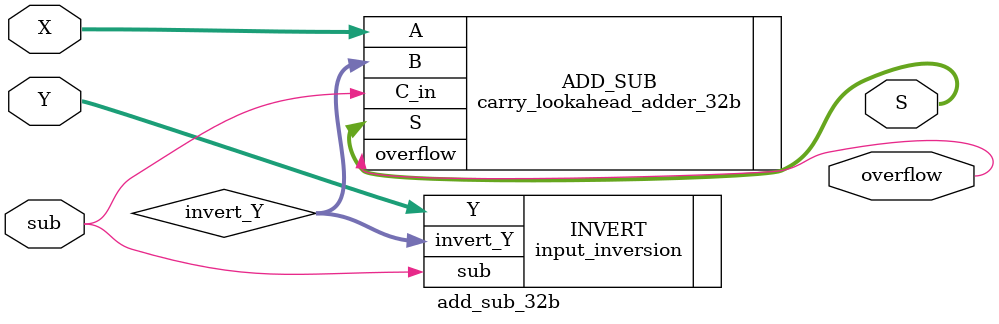
<source format=v>
`timescale 1ns / 1ps
`default_nettype none //helps catch typo-related bugs
module add_sub_32b(X,Y,sub,S,overflow);

	//parameter definitions

	//port definitions - customize for different bit widths
	input wire [31:0] X, Y;
	input wire sub;
	output wire [31:0] S;
	output wire overflow;
	
	wire [31:0] invert_Y;
	
	//mux controling inversion of Y and C_in
	input_inversion INVERT (.Y(Y),.sub(sub),.invert_Y(invert_Y));
	//instantiate CLA
	carry_lookahead_adder_32b ADD_SUB (.A(X),.B(invert_Y),.C_in(sub),.S(S),.overflow(overflow));

endmodule
`default_nettype wire //some Xilinx IP requires that the default_nettype be set to wire

</source>
